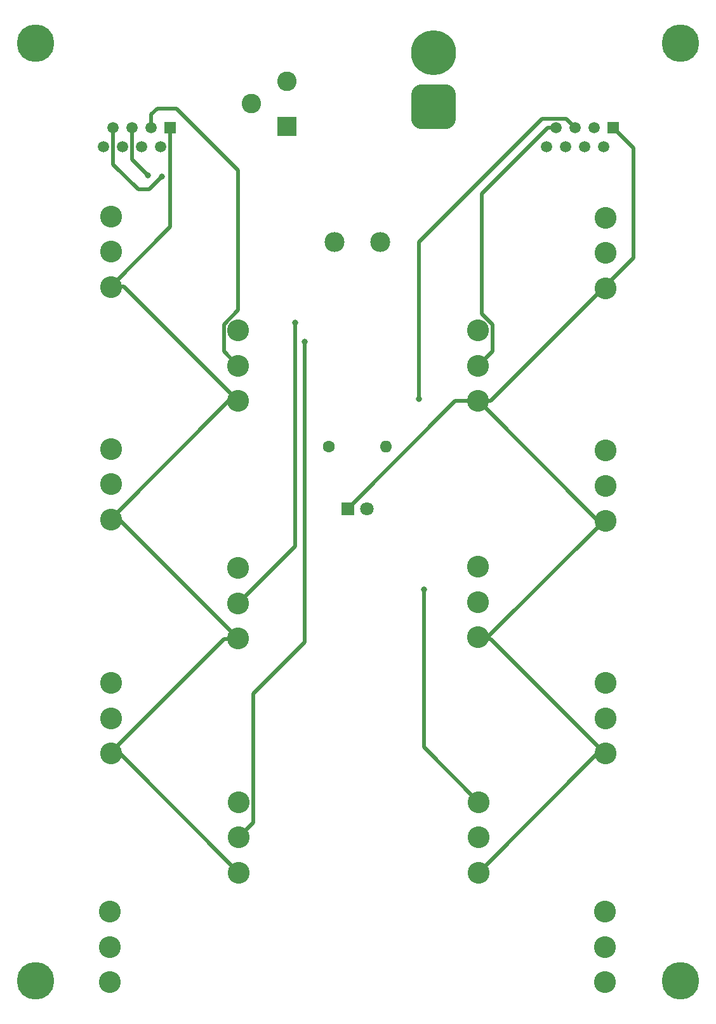
<source format=gbl>
G04 #@! TF.GenerationSoftware,KiCad,Pcbnew,(6.0.5)*
G04 #@! TF.CreationDate,2023-08-20T19:56:39-04:00*
G04 #@! TF.ProjectId,Kicadproject,4b696361-6470-4726-9f6a-6563742e6b69,rev?*
G04 #@! TF.SameCoordinates,Original*
G04 #@! TF.FileFunction,Copper,L2,Bot*
G04 #@! TF.FilePolarity,Positive*
%FSLAX46Y46*%
G04 Gerber Fmt 4.6, Leading zero omitted, Abs format (unit mm)*
G04 Created by KiCad (PCBNEW (6.0.5)) date 2023-08-20 19:56:39*
%MOMM*%
%LPD*%
G01*
G04 APERTURE LIST*
G04 Aperture macros list*
%AMRoundRect*
0 Rectangle with rounded corners*
0 $1 Rounding radius*
0 $2 $3 $4 $5 $6 $7 $8 $9 X,Y pos of 4 corners*
0 Add a 4 corners polygon primitive as box body*
4,1,4,$2,$3,$4,$5,$6,$7,$8,$9,$2,$3,0*
0 Add four circle primitives for the rounded corners*
1,1,$1+$1,$2,$3*
1,1,$1+$1,$4,$5*
1,1,$1+$1,$6,$7*
1,1,$1+$1,$8,$9*
0 Add four rect primitives between the rounded corners*
20,1,$1+$1,$2,$3,$4,$5,0*
20,1,$1+$1,$4,$5,$6,$7,0*
20,1,$1+$1,$6,$7,$8,$9,0*
20,1,$1+$1,$8,$9,$2,$3,0*%
G04 Aperture macros list end*
G04 #@! TA.AperFunction,ComponentPad*
%ADD10R,1.500000X1.500000*%
G04 #@! TD*
G04 #@! TA.AperFunction,ComponentPad*
%ADD11C,1.500000*%
G04 #@! TD*
G04 #@! TA.AperFunction,ComponentPad*
%ADD12C,2.921000*%
G04 #@! TD*
G04 #@! TA.AperFunction,ComponentPad*
%ADD13C,5.000000*%
G04 #@! TD*
G04 #@! TA.AperFunction,ComponentPad*
%ADD14R,2.600000X2.600000*%
G04 #@! TD*
G04 #@! TA.AperFunction,ComponentPad*
%ADD15C,2.600000*%
G04 #@! TD*
G04 #@! TA.AperFunction,ComponentPad*
%ADD16C,1.600000*%
G04 #@! TD*
G04 #@! TA.AperFunction,ComponentPad*
%ADD17O,1.600000X1.600000*%
G04 #@! TD*
G04 #@! TA.AperFunction,ComponentPad*
%ADD18RoundRect,1.500000X1.500000X-1.500000X1.500000X1.500000X-1.500000X1.500000X-1.500000X-1.500000X0*%
G04 #@! TD*
G04 #@! TA.AperFunction,ComponentPad*
%ADD19C,6.000000*%
G04 #@! TD*
G04 #@! TA.AperFunction,ComponentPad*
%ADD20R,1.800000X1.800000*%
G04 #@! TD*
G04 #@! TA.AperFunction,ComponentPad*
%ADD21C,1.800000*%
G04 #@! TD*
G04 #@! TA.AperFunction,ComponentPad*
%ADD22C,2.667000*%
G04 #@! TD*
G04 #@! TA.AperFunction,ViaPad*
%ADD23C,0.800000*%
G04 #@! TD*
G04 #@! TA.AperFunction,Conductor*
%ADD24C,0.500000*%
G04 #@! TD*
G04 APERTURE END LIST*
D10*
X77942500Y-55265000D03*
D11*
X76672500Y-57805000D03*
X75402500Y-55265000D03*
X74132500Y-57805000D03*
X72862500Y-55265000D03*
X71592500Y-57805000D03*
X70322500Y-55265000D03*
X69052500Y-57805000D03*
D12*
X87000000Y-91699000D03*
X87000000Y-87000000D03*
X87000000Y-82301000D03*
X87085000Y-154559000D03*
X87085000Y-149860000D03*
X87085000Y-145161000D03*
X87000000Y-123398000D03*
X87000000Y-118699000D03*
X87000000Y-114000000D03*
D13*
X146000000Y-44000000D03*
D12*
X70000000Y-138699000D03*
X70000000Y-134000000D03*
X70000000Y-129301000D03*
X70000000Y-76500000D03*
X70000000Y-71801000D03*
X70000000Y-67102000D03*
D14*
X93460000Y-55095000D03*
D15*
X93460000Y-49095000D03*
X88760000Y-52095000D03*
D12*
X136000000Y-76699000D03*
X136000000Y-72000000D03*
X136000000Y-67301000D03*
X119000000Y-123199000D03*
X119000000Y-118500000D03*
X119000000Y-113801000D03*
X119000000Y-91699000D03*
X119000000Y-87000000D03*
X119000000Y-82301000D03*
X119045000Y-154559000D03*
X119045000Y-149860000D03*
X119045000Y-145161000D03*
D10*
X136997500Y-55265000D03*
D11*
X135727500Y-57805000D03*
X134457500Y-55265000D03*
X133187500Y-57805000D03*
X131917500Y-55265000D03*
X130647500Y-57805000D03*
X129377500Y-55265000D03*
X128107500Y-57805000D03*
D12*
X69850000Y-169164000D03*
X69850000Y-164465000D03*
X69850000Y-159766000D03*
X136000000Y-107699000D03*
X136000000Y-103000000D03*
X136000000Y-98301000D03*
D16*
X99060000Y-97790000D03*
D17*
X106680000Y-97790000D03*
D12*
X135890000Y-169164000D03*
X135890000Y-164465000D03*
X135890000Y-159766000D03*
D18*
X113030000Y-52495000D03*
D19*
X113030000Y-45295000D03*
D12*
X70000000Y-107500000D03*
X70000000Y-102801000D03*
X70000000Y-98102000D03*
D13*
X146000000Y-169000000D03*
D20*
X101595000Y-106045000D03*
D21*
X104135000Y-106045000D03*
D13*
X60000000Y-44000000D03*
X60000000Y-169000000D03*
D22*
X105918000Y-70485000D03*
X99822000Y-70485000D03*
D12*
X136000000Y-138699000D03*
X136000000Y-134000000D03*
X136000000Y-129301000D03*
D23*
X111125000Y-91440000D03*
X94615000Y-81280000D03*
X74930000Y-61595000D03*
X76835000Y-61809511D03*
X95885000Y-83820000D03*
X111760000Y-116840000D03*
D24*
X69850000Y-107569000D02*
X85725000Y-91694000D01*
X87085000Y-154559000D02*
X71210000Y-138684000D01*
X119045000Y-91694000D02*
X134920000Y-107569000D01*
X139700000Y-72390000D02*
X139700000Y-72644000D01*
X135890000Y-76454000D02*
X120650000Y-91694000D01*
X86995000Y-91694000D02*
X71755000Y-76454000D01*
X134920000Y-138684000D02*
X135890000Y-138684000D01*
X115946000Y-91694000D02*
X101595000Y-106045000D01*
X77942500Y-68511500D02*
X70000000Y-76454000D01*
X119045000Y-91694000D02*
X115946000Y-91694000D01*
X71755000Y-76454000D02*
X70000000Y-76454000D01*
X85090000Y-123444000D02*
X87085000Y-123444000D01*
X139700000Y-57967500D02*
X139700000Y-72390000D01*
X77942500Y-55265000D02*
X77942500Y-68511500D01*
X136997500Y-55265000D02*
X139700000Y-57967500D01*
X120015000Y-123444000D02*
X119045000Y-123444000D01*
X135890000Y-107569000D02*
X120015000Y-123444000D01*
X85725000Y-91694000D02*
X86995000Y-91694000D01*
X134920000Y-107569000D02*
X135890000Y-107569000D01*
X120650000Y-123444000D02*
X119045000Y-123444000D01*
X71210000Y-107569000D02*
X69850000Y-107569000D01*
X71210000Y-138684000D02*
X69850000Y-138684000D01*
X139700000Y-72644000D02*
X135890000Y-76454000D01*
X119045000Y-154559000D02*
X134920000Y-138684000D01*
X69850000Y-138684000D02*
X85090000Y-123444000D01*
X87085000Y-123444000D02*
X71210000Y-107569000D01*
X120650000Y-91694000D02*
X119045000Y-91694000D01*
X135890000Y-138684000D02*
X120650000Y-123444000D01*
X127544511Y-54065489D02*
X111125000Y-70485000D01*
X130717989Y-54065489D02*
X127544511Y-54065489D01*
X111125000Y-70485000D02*
X111125000Y-91440000D01*
X131917500Y-55265000D02*
X130717989Y-54065489D01*
X119500000Y-80099835D02*
X120910011Y-81509846D01*
X129377500Y-55265000D02*
X128316840Y-55265000D01*
X128316840Y-55265000D02*
X119500000Y-64081840D01*
X120910011Y-85089989D02*
X119000000Y-87000000D01*
X120910011Y-81509846D02*
X120910011Y-85089989D01*
X119500000Y-64081840D02*
X119500000Y-80099835D01*
X85089989Y-81509846D02*
X85089989Y-85089989D01*
X85089989Y-85089989D02*
X87000000Y-87000000D01*
X76200000Y-52705000D02*
X78740000Y-52705000D01*
X86995000Y-79604835D02*
X85089989Y-81509846D01*
X75402500Y-53502500D02*
X76200000Y-52705000D01*
X75402500Y-55265000D02*
X75402500Y-53502500D01*
X86995000Y-60960000D02*
X86995000Y-79604835D01*
X78740000Y-52705000D02*
X86995000Y-60960000D01*
X72862500Y-59527500D02*
X72862500Y-55265000D01*
X94615000Y-111084000D02*
X87000000Y-118699000D01*
X74930000Y-61595000D02*
X72862500Y-59527500D01*
X94615000Y-81280000D02*
X94615000Y-111084000D01*
X70322500Y-55265000D02*
X70322500Y-60162500D01*
X75144511Y-63500000D02*
X76835000Y-61809511D01*
X95885000Y-123825000D02*
X88995011Y-130714989D01*
X73660000Y-63500000D02*
X75144511Y-63500000D01*
X88995011Y-147949989D02*
X87085000Y-149860000D01*
X88995011Y-130714989D02*
X88995011Y-147949989D01*
X70322500Y-60162500D02*
X73660000Y-63500000D01*
X95885000Y-83820000D02*
X95885000Y-123825000D01*
X111760000Y-116840000D02*
X111760000Y-137876000D01*
X111760000Y-137876000D02*
X119045000Y-145161000D01*
M02*

</source>
